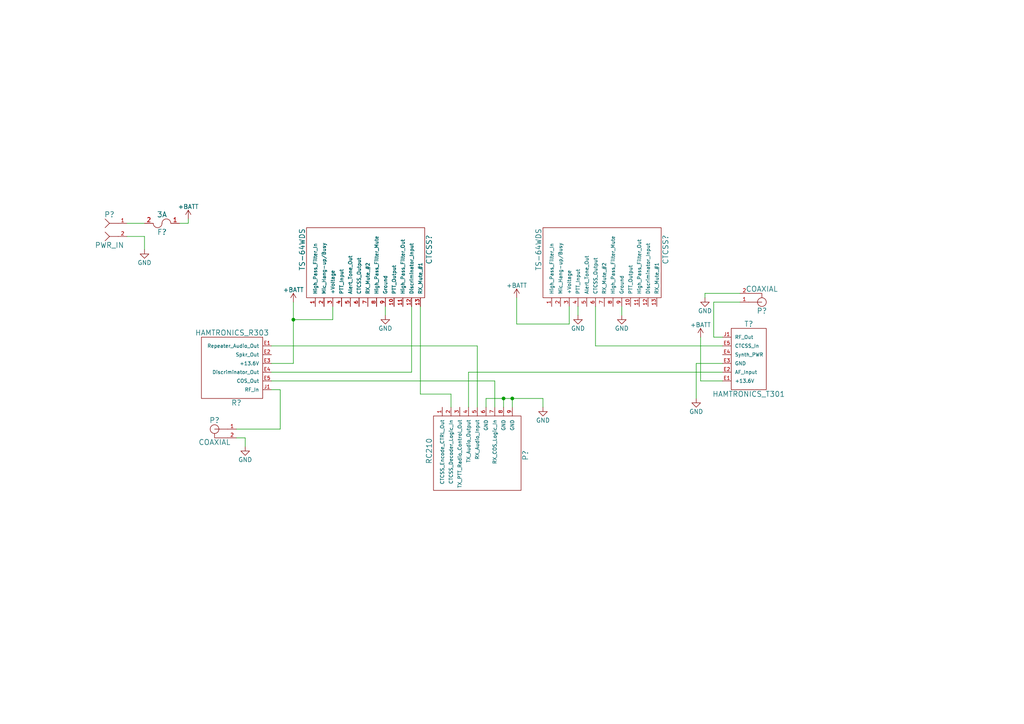
<source format=kicad_sch>
(kicad_sch (version 20230121) (generator eeschema)
  (paper "A4")
  (lib_symbols
    (symbol "Connectors:COAXIAL" (pin_names (offset 1.016))
      (property "Reference" "P" (at 0 2.54 0))
      (property "Value" "COAXIAL" (at 0 -3.81 0))
      (symbol "COAXIAL_0_1"
        (polyline (pts (xy 3.81 0) (xy 0 0)))
        (polyline (pts (xy 3.81 -2.54) (xy 0 -2.54) (xy 0 -1.27)))
        (circle (center 0 0) (radius 1.27))
      )
      (symbol "COAXIAL_1_1"
        (pin input line (at 6.35 0 180) (length 2.54) (name "~") (number "1"))
        (pin input line (at 6.35 -2.54 180) (length 2.54) (name "~") (number "2"))
      )
    )
    (symbol "Connectors:CONN_1x2" (pin_names (offset 1.016))
      (property "Reference" "P" (at 0 3.81 0))
      (property "Value" "CONN_1x2" (at 0 -5.08 0))
      (symbol "CONN_1x2_0_1"
        (polyline (pts (xy 0 -2.54) (xy -1.27 -3.81)))
        (polyline (pts (xy -1.27 2.54) (xy 0 1.27) (xy -1.27 0)))
        (polyline (pts (xy 0 1.27) (xy 1.27 1.27) (xy 2.54 1.27)))
        (polyline (pts (xy 2.54 -2.54) (xy 0 -2.54) (xy -1.27 -1.27)))
      )
      (symbol "CONN_1x2_1_1"
        (pin input line (at 5.08 1.27 180) (length 2.54) (name "~") (number "1"))
        (pin input line (at 5.08 -2.54 180) (length 2.54) (name "~") (number "2"))
      )
    )
    (symbol "OverallRepeater-rescue:+BATT" (power) (pin_names (offset 0))
      (property "Value" "+BATT" (at 0 3.556 0))
      (symbol "+BATT_0_1"
        (polyline (pts (xy -0.762 1.27) (xy 0 2.54)))
        (polyline (pts (xy 0 0) (xy 0 2.54)))
        (polyline (pts (xy 0 2.54) (xy 0.762 1.27)))
      )
      (symbol "+BATT_1_1"
        (pin power_in line (at 0 0 90) (length 0) hide (name "+BATT") (number "1"))
      )
    )
    (symbol "OverallRepeater-rescue:FUSE" (pin_names (offset 1.016))
      (property "Reference" "F" (at 2.54 0 90))
      (property "Value" "FUSE" (at -2.54 0 90))
      (symbol "FUSE_0_1"
        (arc (start 0 -2.54) (mid 1.2645 -1.27) (end 0 0))
        (arc (start 0 2.54) (mid -1.2645 1.27) (end 0 0))
      )
      (symbol "FUSE_1_1"
        (pin input line (at 0 5.08 270) (length 2.54) (name "~") (number "1"))
        (pin input line (at 0 -5.08 90) (length 2.54) (name "~") (number "2"))
      )
    )
    (symbol "OverallRepeater-rescue:GND" (power) (pin_names (offset 0))
      (property "Value" "GND" (at 0 -3.81 0))
      (symbol "GND_0_1"
        (polyline (pts (xy 0 0) (xy 0 -1.27) (xy 1.27 -1.27) (xy 0 -2.54) (xy -1.27 -1.27) (xy 0 -1.27)))
      )
      (symbol "GND_1_1"
        (pin power_in line (at 0 0 270) (length 0) hide (name "GND") (number "1"))
      )
    )
    (symbol "RepeaterParts:HAMTRONICS_R303" (pin_names (offset 1.016))
      (property "Reference" "R" (at 0 -10.16 0))
      (property "Value" "HAMTRONICS_R303" (at -1.27 10.16 0))
      (symbol "HAMTRONICS_R303_0_1"
        (rectangle (start 7.62 8.89) (end -10.16 -8.89))
      )
      (symbol "HAMTRONICS_R303_1_1"
        (pin input line (at 10.16 6.35 180) (length 2.54) (name "Repeater_Audio_Out") (number "E1"))
        (pin input line (at 10.16 3.81 180) (length 2.54) (name "Spkr_Out") (number "E2"))
        (pin input line (at 10.16 1.27 180) (length 2.54) (name "+13.6V") (number "E3"))
        (pin input line (at 10.16 -1.27 180) (length 2.54) (name "Discriminator_Out") (number "E4"))
        (pin input line (at 10.16 -3.81 180) (length 2.54) (name "COS_Out") (number "E5"))
        (pin input line (at 10.16 -6.35 180) (length 2.54) (name "RF_In") (number "J1"))
      )
    )
    (symbol "RepeaterParts:HAMTRONICS_T301" (pin_names (offset 1.016))
      (property "Reference" "T" (at 0 -10.16 0))
      (property "Value" "HAMTRONICS_T301" (at 0 10.16 0))
      (symbol "HAMTRONICS_T301_0_1"
        (rectangle (start 5.08 8.89) (end -5.08 -8.89))
      )
      (symbol "HAMTRONICS_T301_1_1"
        (pin input line (at 7.62 6.35 180) (length 2.54) (name "+13.6V") (number "E1"))
        (pin input line (at 7.62 3.81 180) (length 2.54) (name "AF_Input") (number "E2"))
        (pin input line (at 7.62 1.27 180) (length 2.54) (name "GND") (number "E3"))
        (pin input line (at 7.62 -1.27 180) (length 2.54) (name "Synth_PWR") (number "E4"))
        (pin input line (at 7.62 -3.81 180) (length 2.54) (name "CTCSS_In") (number "E5"))
        (pin input line (at 7.62 -6.35 180) (length 2.54) (name "RF_Out") (number "J1"))
      )
    )
    (symbol "RepeaterParts:RC210" (pin_names (offset 1.016))
      (property "Reference" "P" (at -1.27 -13.97 0))
      (property "Value" "RC210" (at 0 13.97 0))
      (symbol "RC210_0_1"
        (rectangle (start 10.16 12.7) (end -11.43 -12.7))
      )
      (symbol "RC210_1_1"
        (pin input line (at 12.7 10.16 180) (length 2.54) (name "CTCSS_Encode_CTRL_Out") (number "1"))
        (pin input line (at 12.7 7.62 180) (length 2.54) (name "CTCSS_Decoder_Logic_In") (number "2"))
        (pin input line (at 12.7 5.08 180) (length 2.54) (name "TX_PTT_Radio_Control_Out") (number "3"))
        (pin input line (at 12.7 2.54 180) (length 2.54) (name "TX_Audio_Output") (number "4"))
        (pin input line (at 12.7 0 180) (length 2.54) (name "RX_Audio_Input") (number "5"))
        (pin input line (at 12.7 -2.54 180) (length 2.54) (name "GND") (number "6"))
        (pin input line (at 12.7 -5.08 180) (length 2.54) (name "RX_COS_Logic_In") (number "7"))
        (pin input line (at 12.7 -7.62 180) (length 2.54) (name "GND") (number "8"))
        (pin input line (at 12.7 -10.16 180) (length 2.54) (name "GND") (number "9"))
      )
    )
    (symbol "RepeaterParts:TS-64WDS" (pin_names (offset 1.016))
      (property "Reference" "CTCSS" (at 3.81 -16.51 0))
      (property "Value" "TS-64WDS" (at 3.81 20.32 0))
      (symbol "TS-64WDS_0_1"
        (rectangle (start -10.16 19.05) (end 10.16 -15.24))
      )
      (symbol "TS-64WDS_1_1"
        (pin input line (at -12.7 16.51 0) (length 2.54) (name "High_Pass_Filter_In") (number "1"))
        (pin input line (at -12.7 -6.35 0) (length 2.54) (name "PTT_Output") (number "10"))
        (pin input line (at -12.7 -8.89 0) (length 2.54) (name "High_Pass_Filter_Out") (number "11"))
        (pin input line (at -12.7 -11.43 0) (length 2.54) (name "Discriminator_Input") (number "12"))
        (pin input line (at -12.7 -13.97 0) (length 2.54) (name "RX_Mute_#1") (number "13"))
        (pin input line (at -12.7 13.97 0) (length 2.54) (name "Mic_Hang-up/Busy") (number "2"))
        (pin input line (at -12.7 11.43 0) (length 2.54) (name "+Voltage") (number "3"))
        (pin input line (at -12.7 8.89 0) (length 2.54) (name "PTT_Input") (number "4"))
        (pin input line (at -12.7 6.35 0) (length 2.54) (name "Alert_Tone_Out") (number "5"))
        (pin input line (at -12.7 3.81 0) (length 2.54) (name "CTCSS_Output") (number "6"))
        (pin input line (at -12.7 1.27 0) (length 2.54) (name "RX_Mute_#2") (number "7"))
        (pin input line (at -12.7 -1.27 0) (length 2.54) (name "High_Pass_Filter_Mute") (number "8"))
        (pin input line (at -12.7 -3.81 0) (length 2.54) (name "Ground") (number "9"))
      )
    )
  )
  (junction (at 146.05 115.57))
  (junction (at 85.09 92.71))
  (junction (at 148.59 115.57))
  (wire (pts (xy 135.89 118.11) (xy 135.89 107.95)))
  (wire (pts (xy 96.52 88.9) (xy 96.52 92.71)))
  (wire (pts (xy 71.12 127) (xy 68.58 127)))
  (wire (pts (xy 149.86 86.36) (xy 149.86 93.98)))
  (wire (pts (xy 36.83 68.58) (xy 41.91 68.58)))
  (wire (pts (xy 135.89 107.95) (xy 209.55 107.95)))
  (wire (pts (xy 78.74 107.95) (xy 119.38 107.95)))
  (wire (pts (xy 85.09 92.71) (xy 85.09 105.41)))
  (wire (pts (xy 167.64 88.9) (xy 167.64 91.44)))
  (wire (pts (xy 146.05 115.57) (xy 148.59 115.57)))
  (wire (pts (xy 130.81 114.3) (xy 130.81 118.11)))
  (wire (pts (xy 149.86 93.98) (xy 165.1 93.98)))
  (wire (pts (xy 41.91 68.58) (xy 41.91 72.39)))
  (wire (pts (xy 203.2 97.79) (xy 203.2 110.49)))
  (wire (pts (xy 140.97 115.57) (xy 146.05 115.57)))
  (wire (pts (xy 203.2 110.49) (xy 209.55 110.49)))
  (wire (pts (xy 78.74 110.49) (xy 143.51 110.49)))
  (wire (pts (xy 148.59 118.11) (xy 148.59 115.57)))
  (wire (pts (xy 96.52 92.71) (xy 85.09 92.71)))
  (wire (pts (xy 201.93 115.57) (xy 201.93 105.41)))
  (wire (pts (xy 140.97 118.11) (xy 140.97 115.57)))
  (wire (pts (xy 146.05 118.11) (xy 146.05 115.57)))
  (wire (pts (xy 41.91 64.77) (xy 36.83 64.77)))
  (wire (pts (xy 52.07 64.77) (xy 54.61 64.77)))
  (wire (pts (xy 214.63 87.63) (xy 207.01 87.63)))
  (wire (pts (xy 172.72 100.33) (xy 209.55 100.33)))
  (wire (pts (xy 111.76 88.9) (xy 111.76 91.44)))
  (wire (pts (xy 214.63 85.09) (xy 204.47 85.09)))
  (wire (pts (xy 78.74 100.33) (xy 138.43 100.33)))
  (wire (pts (xy 54.61 64.77) (xy 54.61 63.5)))
  (wire (pts (xy 138.43 100.33) (xy 138.43 118.11)))
  (wire (pts (xy 85.09 87.63) (xy 85.09 92.71)))
  (wire (pts (xy 157.48 115.57) (xy 157.48 118.11)))
  (wire (pts (xy 85.09 105.41) (xy 78.74 105.41)))
  (wire (pts (xy 201.93 105.41) (xy 209.55 105.41)))
  (wire (pts (xy 68.58 124.46) (xy 81.28 124.46)))
  (wire (pts (xy 81.28 124.46) (xy 81.28 113.03)))
  (wire (pts (xy 148.59 115.57) (xy 157.48 115.57)))
  (wire (pts (xy 121.92 88.9) (xy 121.92 114.3)))
  (wire (pts (xy 119.38 107.95) (xy 119.38 88.9)))
  (wire (pts (xy 143.51 110.49) (xy 143.51 118.11)))
  (wire (pts (xy 172.72 88.9) (xy 172.72 100.33)))
  (wire (pts (xy 180.34 88.9) (xy 180.34 91.44)))
  (wire (pts (xy 71.12 129.54) (xy 71.12 127)))
  (wire (pts (xy 207.01 87.63) (xy 207.01 97.79)))
  (wire (pts (xy 121.92 114.3) (xy 130.81 114.3)))
  (wire (pts (xy 165.1 93.98) (xy 165.1 88.9)))
  (wire (pts (xy 207.01 97.79) (xy 209.55 97.79)))
  (wire (pts (xy 81.28 113.03) (xy 78.74 113.03)))
  (wire (pts (xy 204.47 85.09) (xy 204.47 86.36)))
  (symbol (lib_id "RepeaterParts:RC210") (at 138.43 130.81 90) (unit 1)
    (property "Reference" "P?" (at 152.4 132.08 0) (effects (font (size 1.524 1.524))))
    (property "Value" "RC210" (at 124.46 130.81 0) (effects (font (size 1.524 1.524))))
  )
  (symbol (lib_id "RepeaterParts:HAMTRONICS_R303") (at 68.58 106.68 0) (unit 1)
    (property "Reference" "R?" (at 68.58 116.84 0) (effects (font (size 1.524 1.524))))
    (property "Value" "HAMTRONICS_R303" (at 67.31 96.52 0) (effects (font (size 1.524 1.524))))
  )
  (symbol (lib_id "RepeaterParts:HAMTRONICS_T301") (at 217.17 104.14 180) (unit 1)
    (property "Reference" "T?" (at 217.17 93.98 0) (effects (font (size 1.524 1.524))))
    (property "Value" "HAMTRONICS_T301" (at 217.17 114.3 0) (effects (font (size 1.524 1.524))))
  )
  (symbol (lib_id "RepeaterParts:TS-64WDS") (at 107.95 76.2 90) (unit 1)
    (property "Reference" "CTCSS?" (at 124.46 72.39 0) (effects (font (size 1.524 1.524))))
    (property "Value" "TS-64WDS" (at 87.63 72.39 0) (effects (font (size 1.524 1.524))))
  )
  (symbol (lib_id "RepeaterParts:TS-64WDS") (at 176.53 76.2 90) (unit 1)
    (property "Reference" "CTCSS?" (at 193.04 72.39 0) (effects (font (size 1.524 1.524))))
    (property "Value" "TS-64WDS" (at 156.21 72.39 0) (effects (font (size 1.524 1.524))))
  )
  (symbol (lib_id "Connectors:COAXIAL") (at 62.23 124.46 0) (unit 1)
    (property "Reference" "P?" (at 62.23 121.92 0) (effects (font (size 1.524 1.524))))
    (property "Value" "COAXIAL" (at 62.23 128.27 0) (effects (font (size 1.524 1.524))))
  )
  (symbol (lib_id "Connectors:COAXIAL") (at 220.98 87.63 180) (unit 1)
    (property "Reference" "P?" (at 220.98 90.17 0) (effects (font (size 1.524 1.524))))
    (property "Value" "COAXIAL" (at 220.98 83.82 0) (effects (font (size 1.524 1.524))))
  )
  (symbol (lib_id "OverallRepeater-rescue:GND") (at 204.47 86.36 0) (unit 1)
    (property "Reference" "#PWR?" (effects hide))
    (property "Value" "GND" (at 204.47 90.17 0))
  )
  (symbol (lib_id "OverallRepeater-rescue:GND") (at 71.12 129.54 0) (unit 1)
    (property "Reference" "#PWR?" (effects hide))
    (property "Value" "GND" (at 71.12 133.35 0))
  )
  (symbol (lib_id "OverallRepeater-rescue:GND") (at 157.48 118.11 0) (unit 1)
    (property "Reference" "#PWR?" (effects hide))
    (property "Value" "GND" (at 157.48 121.92 0))
  )
  (symbol (lib_id "OverallRepeater-rescue:GND") (at 201.93 115.57 0) (unit 1)
    (property "Reference" "#PWR?" (effects hide))
    (property "Value" "GND" (at 201.93 119.38 0))
  )
  (symbol (lib_id "OverallRepeater-rescue:GND") (at 180.34 91.44 0) (unit 1)
    (property "Reference" "#PWR?" (effects hide))
    (property "Value" "GND" (at 180.34 95.25 0))
  )
  (symbol (lib_id "OverallRepeater-rescue:GND") (at 111.76 91.44 0) (unit 1)
    (property "Reference" "#PWR?" (effects hide))
    (property "Value" "GND" (at 111.76 95.25 0))
  )
  (symbol (lib_id "Connectors:CONN_1x2") (at 31.75 66.04 0) (unit 1)
    (property "Reference" "P?" (at 31.75 62.23 0) (effects (font (size 1.524 1.524))))
    (property "Value" "PWR_IN" (at 31.75 71.12 0) (effects (font (size 1.524 1.524))))
  )
  (symbol (lib_id "OverallRepeater-rescue:FUSE") (at 46.99 64.77 270) (unit 1)
    (property "Reference" "F?" (at 46.99 67.31 90) (effects (font (size 1.524 1.524))))
    (property "Value" "3A" (at 46.99 62.23 90) (effects (font (size 1.524 1.524))))
  )
  (symbol (lib_id "OverallRepeater-rescue:GND") (at 41.91 72.39 0) (unit 1)
    (property "Reference" "#PWR?" (effects hide))
    (property "Value" "GND" (at 41.91 76.2 0))
  )
  (symbol (lib_id "OverallRepeater-rescue:+BATT") (at 54.61 63.5 0) (unit 1)
    (property "Reference" "#PWR?" (effects hide))
    (property "Value" "+BATT" (at 54.61 59.944 0))
  )
  (symbol (lib_id "OverallRepeater-rescue:+BATT") (at 85.09 87.63 0) (unit 1)
    (property "Reference" "#PWR?" (effects hide))
    (property "Value" "+BATT" (at 85.09 84.074 0))
  )
  (symbol (lib_id "OverallRepeater-rescue:+BATT") (at 149.86 86.36 0) (unit 1)
    (property "Reference" "#PWR?" (effects hide))
    (property "Value" "+BATT" (at 149.86 82.804 0))
  )
  (symbol (lib_id "OverallRepeater-rescue:+BATT") (at 203.2 97.79 0) (unit 1)
    (property "Reference" "#PWR?" (effects hide))
    (property "Value" "+BATT" (at 203.2 94.234 0))
  )
  (symbol (lib_id "OverallRepeater-rescue:GND") (at 167.64 91.44 0) (unit 1)
    (property "Reference" "#PWR?" (effects hide))
    (property "Value" "GND" (at 167.64 95.25 0))
  )
)
</source>
